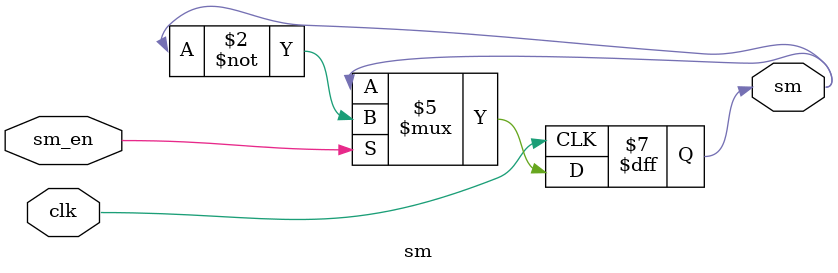
<source format=v>
module sm(
    input clk,sm_en,
    output reg sm);

initial sm=1'b0;

always @(negedge clk) //下降沿
begin
    if(sm_en) sm<=~sm; //使能信号为1 取反
    else sm<=sm; //使能信号为0 保持
end
endmodule

</source>
